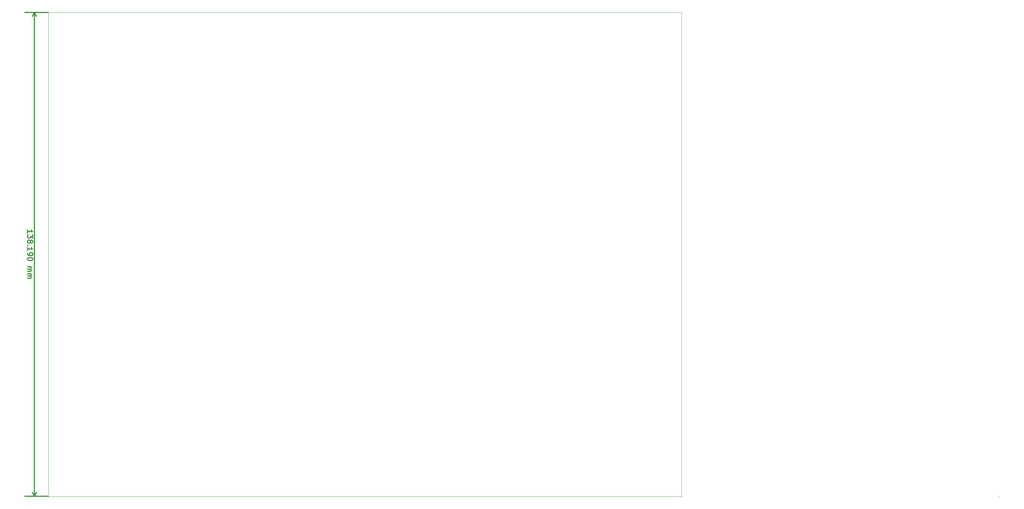
<source format=gbr>
G04 (created by PCBNEW (2013-07-07 BZR 4022)-stable) date 6/9/2015 5:45:07 PM*
%MOIN*%
G04 Gerber Fmt 3.4, Leading zero omitted, Abs format*
%FSLAX34Y34*%
G01*
G70*
G90*
G04 APERTURE LIST*
%ADD10C,0.00590551*%
%ADD11C,0.00393701*%
%ADD12C,0.011811*%
G04 APERTURE END LIST*
G54D10*
G54D11*
X97690Y-33178D02*
X97690Y-87623D01*
X133393Y-87622D02*
X133440Y-87622D01*
X133342Y-87622D02*
X133393Y-87622D01*
G54D12*
X24221Y-57985D02*
X24221Y-57648D01*
X24221Y-57816D02*
X24812Y-57816D01*
X24727Y-57760D01*
X24671Y-57704D01*
X24643Y-57648D01*
X24812Y-58182D02*
X24812Y-58548D01*
X24587Y-58351D01*
X24587Y-58435D01*
X24559Y-58491D01*
X24530Y-58519D01*
X24474Y-58548D01*
X24334Y-58548D01*
X24277Y-58519D01*
X24249Y-58491D01*
X24221Y-58435D01*
X24221Y-58266D01*
X24249Y-58210D01*
X24277Y-58182D01*
X24559Y-58885D02*
X24587Y-58829D01*
X24615Y-58801D01*
X24671Y-58773D01*
X24699Y-58773D01*
X24755Y-58801D01*
X24784Y-58829D01*
X24812Y-58885D01*
X24812Y-58998D01*
X24784Y-59054D01*
X24755Y-59082D01*
X24699Y-59110D01*
X24671Y-59110D01*
X24615Y-59082D01*
X24587Y-59054D01*
X24559Y-58998D01*
X24559Y-58885D01*
X24530Y-58829D01*
X24502Y-58801D01*
X24446Y-58773D01*
X24334Y-58773D01*
X24277Y-58801D01*
X24249Y-58829D01*
X24221Y-58885D01*
X24221Y-58998D01*
X24249Y-59054D01*
X24277Y-59082D01*
X24334Y-59110D01*
X24446Y-59110D01*
X24502Y-59082D01*
X24530Y-59054D01*
X24559Y-58998D01*
X24277Y-59363D02*
X24249Y-59391D01*
X24221Y-59363D01*
X24249Y-59335D01*
X24277Y-59363D01*
X24221Y-59363D01*
X24221Y-59954D02*
X24221Y-59616D01*
X24221Y-59785D02*
X24812Y-59785D01*
X24727Y-59729D01*
X24671Y-59672D01*
X24643Y-59616D01*
X24221Y-60235D02*
X24221Y-60347D01*
X24249Y-60404D01*
X24277Y-60432D01*
X24362Y-60488D01*
X24474Y-60516D01*
X24699Y-60516D01*
X24755Y-60488D01*
X24784Y-60460D01*
X24812Y-60404D01*
X24812Y-60291D01*
X24784Y-60235D01*
X24755Y-60207D01*
X24699Y-60179D01*
X24559Y-60179D01*
X24502Y-60207D01*
X24474Y-60235D01*
X24446Y-60291D01*
X24446Y-60404D01*
X24474Y-60460D01*
X24502Y-60488D01*
X24559Y-60516D01*
X24812Y-60882D02*
X24812Y-60938D01*
X24784Y-60994D01*
X24755Y-61022D01*
X24699Y-61050D01*
X24587Y-61079D01*
X24446Y-61079D01*
X24334Y-61050D01*
X24277Y-61022D01*
X24249Y-60994D01*
X24221Y-60938D01*
X24221Y-60882D01*
X24249Y-60825D01*
X24277Y-60797D01*
X24334Y-60769D01*
X24446Y-60741D01*
X24587Y-60741D01*
X24699Y-60769D01*
X24755Y-60797D01*
X24784Y-60825D01*
X24812Y-60882D01*
X24221Y-61782D02*
X24615Y-61782D01*
X24559Y-61782D02*
X24587Y-61810D01*
X24615Y-61866D01*
X24615Y-61950D01*
X24587Y-62007D01*
X24530Y-62035D01*
X24221Y-62035D01*
X24530Y-62035D02*
X24587Y-62063D01*
X24615Y-62119D01*
X24615Y-62203D01*
X24587Y-62260D01*
X24530Y-62288D01*
X24221Y-62288D01*
X24221Y-62569D02*
X24615Y-62569D01*
X24559Y-62569D02*
X24587Y-62597D01*
X24615Y-62653D01*
X24615Y-62738D01*
X24587Y-62794D01*
X24530Y-62822D01*
X24221Y-62822D01*
X24530Y-62822D02*
X24587Y-62850D01*
X24615Y-62906D01*
X24615Y-62991D01*
X24587Y-63047D01*
X24530Y-63075D01*
X24221Y-63075D01*
X24992Y-33173D02*
X24992Y-87578D01*
X26555Y-33173D02*
X23929Y-33173D01*
X26555Y-87578D02*
X23929Y-87578D01*
X24992Y-87578D02*
X24761Y-87135D01*
X24992Y-87578D02*
X25223Y-87135D01*
X24992Y-33173D02*
X24761Y-33616D01*
X24992Y-33173D02*
X25223Y-33616D01*
G54D11*
X31645Y-87622D02*
X26559Y-87622D01*
X97692Y-87622D02*
X97681Y-87622D01*
X97681Y-87622D02*
X97681Y-87618D01*
X31641Y-87622D02*
X97681Y-87622D01*
X26551Y-36401D02*
X26551Y-87622D01*
X26551Y-33177D02*
X97688Y-33177D01*
X26551Y-33291D02*
X26551Y-33177D01*
X26551Y-36401D02*
X26551Y-33291D01*
M02*

</source>
